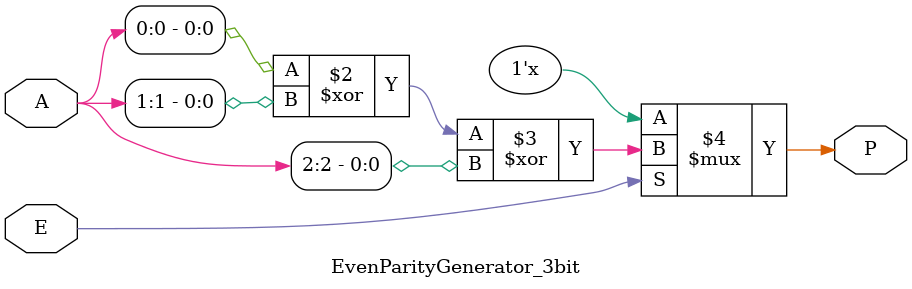
<source format=v>


module EvenParityGenerator_3bit
(
	input [2:0] A,
	input E,
	output P
);
	 
	assign P = (E == 1'b1) ? (A[0] ^ A[1] ^ A[2]) : 1'bz;
	
endmodule
</source>
